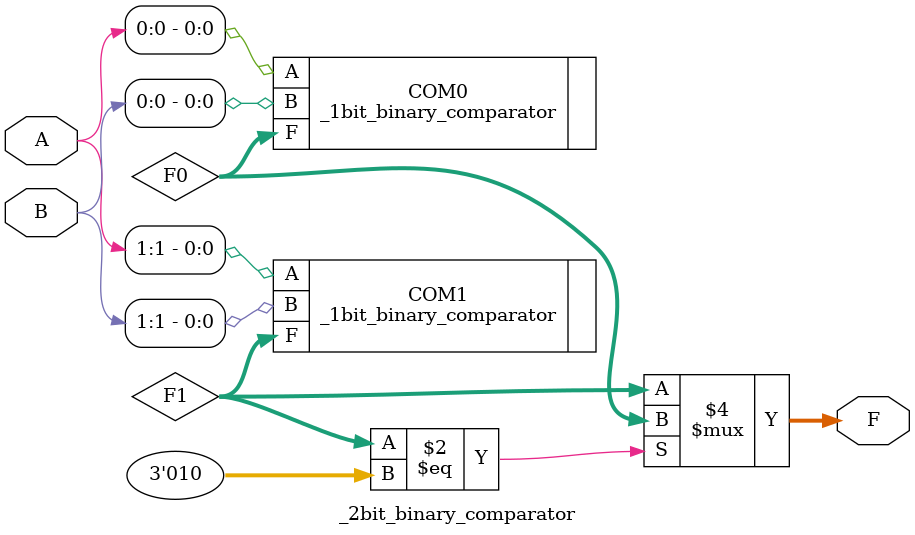
<source format=v>
`timescale 1ns / 1ps


module _2bit_binary_comparator(
    input [1:0] A,
    input [1:0] B,
    output reg [2:0] F
    );
    
    wire [2:0] F1, F0;
    
    _1bit_binary_comparator COM1 (.A(A[1]), .B(B[1]), .F(F1));
    _1bit_binary_comparator COM0 (.A(A[0]), .B(B[0]), .F(F0));
    
    always @ * begin
        if (F1 == 3'b010) F <= F0;
        else F <= F1;
    end
endmodule


</source>
